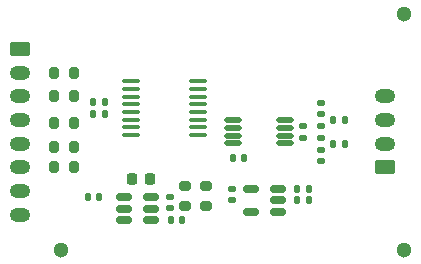
<source format=gbr>
%TF.GenerationSoftware,KiCad,Pcbnew,8.0.1*%
%TF.CreationDate,2024-11-10T15:13:46-05:00*%
%TF.ProjectId,ads1220_board,61647331-3232-4305-9f62-6f6172642e6b,rev?*%
%TF.SameCoordinates,Original*%
%TF.FileFunction,Soldermask,Top*%
%TF.FilePolarity,Negative*%
%FSLAX46Y46*%
G04 Gerber Fmt 4.6, Leading zero omitted, Abs format (unit mm)*
G04 Created by KiCad (PCBNEW 8.0.1) date 2024-11-10 15:13:46*
%MOMM*%
%LPD*%
G01*
G04 APERTURE LIST*
G04 Aperture macros list*
%AMRoundRect*
0 Rectangle with rounded corners*
0 $1 Rounding radius*
0 $2 $3 $4 $5 $6 $7 $8 $9 X,Y pos of 4 corners*
0 Add a 4 corners polygon primitive as box body*
4,1,4,$2,$3,$4,$5,$6,$7,$8,$9,$2,$3,0*
0 Add four circle primitives for the rounded corners*
1,1,$1+$1,$2,$3*
1,1,$1+$1,$4,$5*
1,1,$1+$1,$6,$7*
1,1,$1+$1,$8,$9*
0 Add four rect primitives between the rounded corners*
20,1,$1+$1,$2,$3,$4,$5,0*
20,1,$1+$1,$4,$5,$6,$7,0*
20,1,$1+$1,$6,$7,$8,$9,0*
20,1,$1+$1,$8,$9,$2,$3,0*%
G04 Aperture macros list end*
%ADD10RoundRect,0.135000X0.135000X0.185000X-0.135000X0.185000X-0.135000X-0.185000X0.135000X-0.185000X0*%
%ADD11RoundRect,0.140000X0.170000X-0.140000X0.170000X0.140000X-0.170000X0.140000X-0.170000X-0.140000X0*%
%ADD12C,1.300000*%
%ADD13RoundRect,0.140000X-0.140000X-0.170000X0.140000X-0.170000X0.140000X0.170000X-0.140000X0.170000X0*%
%ADD14RoundRect,0.100000X0.637500X0.100000X-0.637500X0.100000X-0.637500X-0.100000X0.637500X-0.100000X0*%
%ADD15RoundRect,0.140000X-0.170000X0.140000X-0.170000X-0.140000X0.170000X-0.140000X0.170000X0.140000X0*%
%ADD16RoundRect,0.140000X0.140000X0.170000X-0.140000X0.170000X-0.140000X-0.170000X0.140000X-0.170000X0*%
%ADD17RoundRect,0.200000X0.200000X0.275000X-0.200000X0.275000X-0.200000X-0.275000X0.200000X-0.275000X0*%
%ADD18RoundRect,0.135000X-0.135000X-0.185000X0.135000X-0.185000X0.135000X0.185000X-0.135000X0.185000X0*%
%ADD19RoundRect,0.150000X0.512500X0.150000X-0.512500X0.150000X-0.512500X-0.150000X0.512500X-0.150000X0*%
%ADD20RoundRect,0.200000X0.275000X-0.200000X0.275000X0.200000X-0.275000X0.200000X-0.275000X-0.200000X0*%
%ADD21RoundRect,0.200000X-0.275000X0.200000X-0.275000X-0.200000X0.275000X-0.200000X0.275000X0.200000X0*%
%ADD22RoundRect,0.225000X0.225000X0.250000X-0.225000X0.250000X-0.225000X-0.250000X0.225000X-0.250000X0*%
%ADD23RoundRect,0.250000X0.625000X-0.350000X0.625000X0.350000X-0.625000X0.350000X-0.625000X-0.350000X0*%
%ADD24O,1.750000X1.200000*%
%ADD25RoundRect,0.150000X-0.512500X-0.150000X0.512500X-0.150000X0.512500X0.150000X-0.512500X0.150000X0*%
%ADD26RoundRect,0.135000X0.185000X-0.135000X0.185000X0.135000X-0.185000X0.135000X-0.185000X-0.135000X0*%
%ADD27RoundRect,0.112500X0.612500X0.112500X-0.612500X0.112500X-0.612500X-0.112500X0.612500X-0.112500X0*%
%ADD28RoundRect,0.200000X-0.200000X-0.275000X0.200000X-0.275000X0.200000X0.275000X-0.200000X0.275000X0*%
%ADD29RoundRect,0.250000X-0.625000X0.350000X-0.625000X-0.350000X0.625000X-0.350000X0.625000X0.350000X0*%
G04 APERTURE END LIST*
D10*
%TO.C,R1*%
X137960000Y-87800000D03*
X136940000Y-87800000D03*
%TD*%
D11*
%TO.C,C6*%
X139000000Y-84480000D03*
X139000000Y-83520000D03*
%TD*%
D12*
%TO.C,H1*%
X146000000Y-72000000D03*
%TD*%
D13*
%TO.C,C5*%
X119720000Y-79500000D03*
X120680000Y-79500000D03*
%TD*%
D14*
%TO.C,U3*%
X128612500Y-82275000D03*
X128612500Y-81625000D03*
X128612500Y-80975000D03*
X128612500Y-80325000D03*
X128612500Y-79675000D03*
X128612500Y-79025000D03*
X128612500Y-78375000D03*
X128612500Y-77725000D03*
X122887500Y-77725000D03*
X122887500Y-78375000D03*
X122887500Y-79025000D03*
X122887500Y-79675000D03*
X122887500Y-80325000D03*
X122887500Y-80975000D03*
X122887500Y-81625000D03*
X122887500Y-82275000D03*
%TD*%
D15*
%TO.C,C2*%
X126250000Y-87520000D03*
X126250000Y-88480000D03*
%TD*%
D16*
%TO.C,C1*%
X120230000Y-87500000D03*
X119270000Y-87500000D03*
%TD*%
D17*
%TO.C,R12*%
X118075000Y-77000000D03*
X116425000Y-77000000D03*
%TD*%
D18*
%TO.C,R6*%
X139980000Y-83000000D03*
X141000000Y-83000000D03*
%TD*%
D19*
%TO.C,U4*%
X135337500Y-88750000D03*
X135337500Y-87800000D03*
X135337500Y-86850000D03*
X133062500Y-86850000D03*
X133062500Y-88750000D03*
%TD*%
D20*
%TO.C,R5*%
X129250000Y-88250000D03*
X129250000Y-86600000D03*
%TD*%
D17*
%TO.C,R11*%
X118075000Y-79000000D03*
X116425000Y-79000000D03*
%TD*%
D21*
%TO.C,R4*%
X127500000Y-86600000D03*
X127500000Y-88250000D03*
%TD*%
D22*
%TO.C,C4*%
X124525000Y-86000000D03*
X122975000Y-86000000D03*
%TD*%
D17*
%TO.C,R10*%
X118075000Y-81250000D03*
X116425000Y-81250000D03*
%TD*%
D23*
%TO.C,J2*%
X144450000Y-85000000D03*
D24*
X144450000Y-83000000D03*
X144450000Y-81000000D03*
X144450000Y-79000000D03*
%TD*%
D25*
%TO.C,U1*%
X122362500Y-87550000D03*
X122362500Y-88500000D03*
X122362500Y-89450000D03*
X124637500Y-89450000D03*
X124637500Y-88500000D03*
X124637500Y-87550000D03*
%TD*%
D12*
%TO.C,H2*%
X146000000Y-92000000D03*
%TD*%
D26*
%TO.C,R13*%
X137500000Y-82510000D03*
X137500000Y-81490000D03*
%TD*%
D11*
%TO.C,C8*%
X139000000Y-80480000D03*
X139000000Y-79520000D03*
%TD*%
%TO.C,C7*%
X139000000Y-82480000D03*
X139000000Y-81520000D03*
%TD*%
D13*
%TO.C,C3*%
X126270000Y-89500000D03*
X127230000Y-89500000D03*
%TD*%
D18*
%TO.C,R2*%
X136940000Y-86800000D03*
X137960000Y-86800000D03*
%TD*%
D15*
%TO.C,C11*%
X131450000Y-86820000D03*
X131450000Y-87780000D03*
%TD*%
D27*
%TO.C,U2*%
X135950000Y-82975000D03*
X135950000Y-82325000D03*
X135950000Y-81675000D03*
X135950000Y-81025000D03*
X131550000Y-81025000D03*
X131550000Y-81675000D03*
X131550000Y-82325000D03*
X131550000Y-82975000D03*
%TD*%
D12*
%TO.C,H3*%
X117000000Y-92000000D03*
%TD*%
D10*
%TO.C,R7*%
X141000000Y-81000000D03*
X139980000Y-81000000D03*
%TD*%
D13*
%TO.C,C9*%
X119720000Y-80500000D03*
X120680000Y-80500000D03*
%TD*%
D28*
%TO.C,R9*%
X116425000Y-83250000D03*
X118075000Y-83250000D03*
%TD*%
%TO.C,R8*%
X116425000Y-85000000D03*
X118075000Y-85000000D03*
%TD*%
D16*
%TO.C,C10*%
X132480000Y-84250000D03*
X131520000Y-84250000D03*
%TD*%
D29*
%TO.C,J3*%
X113550000Y-75000000D03*
D24*
X113550000Y-77000000D03*
X113550000Y-79000000D03*
X113550000Y-81000000D03*
X113550000Y-83000000D03*
X113550000Y-85000000D03*
X113550000Y-87000000D03*
X113550000Y-89000000D03*
%TD*%
M02*

</source>
